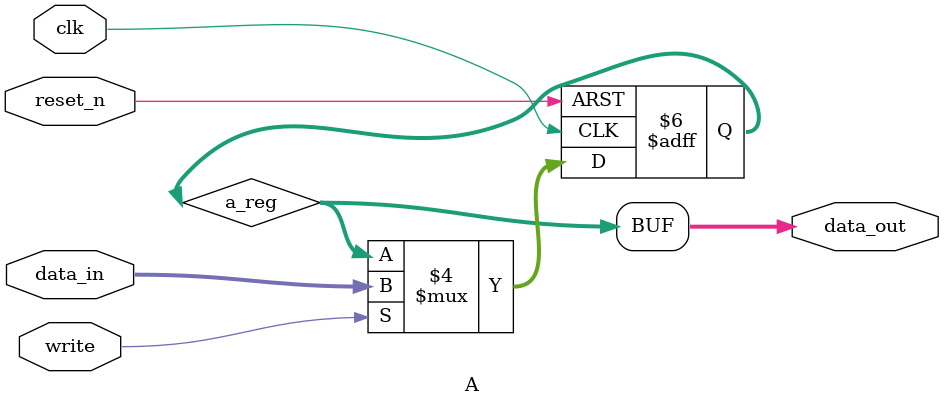
<source format=v>
module A (
	input clk,    // Clock
	input reset_n,  
	input write,
	input [15:0] data_in,
	output [15:0] data_out
	
);

reg [15:0] a_reg;

always @(posedge clk or posedge reset_n) begin 
	if(reset_n == 1) begin
		a_reg <= 16'b0; 
	end 
	else if(write == 1) begin
		a_reg <= data_in;
	end
end

assign data_out = a_reg;

endmodule 
</source>
